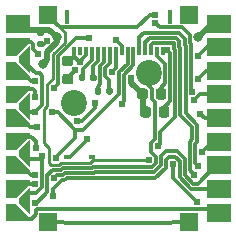
<source format=gbl>
%TF.GenerationSoftware,KiCad,Pcbnew,(5.1.9)-1*%
%TF.CreationDate,2021-09-16T08:42:28+02:00*%
%TF.ProjectId,poly_kb,706f6c79-5f6b-4622-9e6b-696361645f70,rev?*%
%TF.SameCoordinates,Original*%
%TF.FileFunction,Copper,L2,Bot*%
%TF.FilePolarity,Positive*%
%FSLAX46Y46*%
G04 Gerber Fmt 4.6, Leading zero omitted, Abs format (unit mm)*
G04 Created by KiCad (PCBNEW (5.1.9)-1) date 2021-09-16 08:42:28*
%MOMM*%
%LPD*%
G01*
G04 APERTURE LIST*
%TA.AperFunction,SMDPad,CuDef*%
%ADD10R,0.600000X0.450000*%
%TD*%
%TA.AperFunction,SMDPad,CuDef*%
%ADD11R,0.300000X1.150000*%
%TD*%
%TA.AperFunction,SMDPad,CuDef*%
%ADD12R,0.300000X0.650000*%
%TD*%
%TA.AperFunction,ComponentPad*%
%ADD13C,2.200000*%
%TD*%
%TA.AperFunction,SMDPad,CuDef*%
%ADD14C,0.127000*%
%TD*%
%TA.AperFunction,SMDPad,CuDef*%
%ADD15R,2.000000X1.500000*%
%TD*%
%TA.AperFunction,ComponentPad*%
%ADD16R,1.500000X1.500000*%
%TD*%
%TA.AperFunction,ViaPad*%
%ADD17C,0.609600*%
%TD*%
%TA.AperFunction,ViaPad*%
%ADD18C,0.800000*%
%TD*%
%TA.AperFunction,Conductor*%
%ADD19C,0.300000*%
%TD*%
%TA.AperFunction,Conductor*%
%ADD20C,0.500000*%
%TD*%
%TA.AperFunction,Conductor*%
%ADD21C,0.250000*%
%TD*%
%TA.AperFunction,Conductor*%
%ADD22C,0.254000*%
%TD*%
G04 APERTURE END LIST*
D10*
%TO.P,D1,2*%
%TO.N,Net-(D1-Pad2)*%
X266158000Y-120142000D03*
%TO.P,D1,1*%
%TO.N,/Keyboard/sheet605ED2EB/KeyCol*%
X268258000Y-120142000D03*
%TD*%
D11*
%TO.P,J1,0*%
%TO.N,N/C*%
X274895000Y-108315000D03*
X266125000Y-108315000D03*
D12*
%TO.P,J1,16*%
%TO.N,/Keyboard/sheet605ED2EB/3V3*%
X274260000Y-111125000D03*
%TO.P,J1,15*%
%TO.N,Net-(C4-Pad1)*%
X273760000Y-111125000D03*
%TO.P,J1,14*%
%TO.N,/Keyboard/sheet605ED2EB/SDIN*%
X273260000Y-111125000D03*
%TO.P,J1,13*%
%TO.N,/Keyboard/sheet605ED2EB/SCLK*%
X272760000Y-111125000D03*
%TO.P,J1,12*%
%TO.N,/Keyboard/sheet605ED2EB/D-C*%
X272260000Y-111125000D03*
%TO.P,J1,11*%
%TO.N,/Keyboard/sheet605ED2EB/RESET*%
X271760000Y-111125000D03*
%TO.P,J1,10*%
%TO.N,/Keyboard/sheet605ED2EB/CS*%
X271260000Y-111125000D03*
%TO.P,J1,9*%
%TO.N,/Keyboard/sheet605ED2EB/3V3*%
X270760000Y-111125000D03*
%TO.P,J1,8*%
%TO.N,/Keyboard/sheet605ED2EB/4V2*%
X270260000Y-111125000D03*
%TO.P,J1,7*%
%TO.N,Net-(C6-Pad2)*%
X269760000Y-111125000D03*
%TO.P,J1,6*%
%TO.N,Net-(C6-Pad1)*%
X269260000Y-111125000D03*
%TO.P,J1,5*%
%TO.N,Net-(C5-Pad2)*%
X268760000Y-111125000D03*
%TO.P,J1,4*%
%TO.N,Net-(C5-Pad1)*%
X268260000Y-111125000D03*
%TO.P,J1,3*%
%TO.N,/Keyboard/sheet605ED2EB/GND*%
X267760000Y-111125000D03*
%TO.P,J1,2*%
%TO.N,N/C*%
X267260000Y-111125000D03*
%TO.P,J1,1*%
%TO.N,/Keyboard/sheet605ED2EB/GND*%
X266760000Y-111125000D03*
%TD*%
D13*
%TO.P,SW1,1*%
%TO.N,/Keyboard/sheet605ED2EB/KeyRow*%
X273050000Y-113030000D03*
%TO.P,SW1,2*%
%TO.N,Net-(D1-Pad2)*%
X266700000Y-115570000D03*
%TD*%
%TA.AperFunction,SMDPad,CuDef*%
D14*
%TO.P,J5,10*%
%TO.N,/Keyboard/sheet605ED2EB/CS*%
G36*
X262101000Y-124090000D02*
G01*
X262101000Y-123590000D01*
X263001000Y-122690000D01*
X263001000Y-124990000D01*
X262101000Y-124090000D01*
G37*
%TD.AperFunction*%
%TA.AperFunction,SMDPad,CuDef*%
G36*
X262101000Y-120090000D02*
G01*
X262101000Y-119590000D01*
X263001000Y-118690000D01*
X263001000Y-120990000D01*
X262101000Y-120090000D01*
G37*
%TD.AperFunction*%
%TA.AperFunction,SMDPad,CuDef*%
G36*
X262101000Y-116090000D02*
G01*
X262101000Y-115590000D01*
X263001000Y-114690000D01*
X263001000Y-116990000D01*
X262101000Y-116090000D01*
G37*
%TD.AperFunction*%
%TA.AperFunction,SMDPad,CuDef*%
G36*
X262101000Y-112090000D02*
G01*
X262101000Y-111590000D01*
X263001000Y-110690000D01*
X263001000Y-112990000D01*
X262101000Y-112090000D01*
G37*
%TD.AperFunction*%
%TA.AperFunction,SMDPad,CuDef*%
%TO.P,J5,9*%
%TO.N,CS8*%
G36*
X261801000Y-124090000D02*
G01*
X263001000Y-125290000D01*
X263001000Y-125590000D01*
X261001000Y-125590000D01*
X261001000Y-124090000D01*
X261801000Y-124090000D01*
G37*
%TD.AperFunction*%
%TA.AperFunction,SMDPad,CuDef*%
%TO.P,J5,8*%
%TO.N,CS7*%
G36*
X263001000Y-122090000D02*
G01*
X263001000Y-122390000D01*
X261801000Y-123590000D01*
X261001000Y-123590000D01*
X261001000Y-122090000D01*
X263001000Y-122090000D01*
G37*
%TD.AperFunction*%
%TA.AperFunction,SMDPad,CuDef*%
%TO.P,J5,7*%
%TO.N,CS6*%
G36*
X261801000Y-120090000D02*
G01*
X263001000Y-121290000D01*
X263001000Y-121590000D01*
X261001000Y-121590000D01*
X261001000Y-120090000D01*
X261801000Y-120090000D01*
G37*
%TD.AperFunction*%
%TA.AperFunction,SMDPad,CuDef*%
%TO.P,J5,6*%
%TO.N,CS5*%
G36*
X263001000Y-118090000D02*
G01*
X263001000Y-118390000D01*
X261801000Y-119590000D01*
X261001000Y-119590000D01*
X261001000Y-118090000D01*
X263001000Y-118090000D01*
G37*
%TD.AperFunction*%
%TA.AperFunction,SMDPad,CuDef*%
%TO.P,J5,5*%
%TO.N,CS4*%
G36*
X261801000Y-116090000D02*
G01*
X263001000Y-117290000D01*
X263001000Y-117590000D01*
X261001000Y-117590000D01*
X261001000Y-116090000D01*
X261801000Y-116090000D01*
G37*
%TD.AperFunction*%
%TA.AperFunction,SMDPad,CuDef*%
%TO.P,J5,4*%
%TO.N,CS3*%
G36*
X263001000Y-114090000D02*
G01*
X263001000Y-114390000D01*
X261801000Y-115590000D01*
X261001000Y-115590000D01*
X261001000Y-114090000D01*
X263001000Y-114090000D01*
G37*
%TD.AperFunction*%
%TA.AperFunction,SMDPad,CuDef*%
%TO.P,J5,3*%
%TO.N,CS2*%
G36*
X261801000Y-112090000D02*
G01*
X263001000Y-113290000D01*
X263001000Y-113590000D01*
X261001000Y-113590000D01*
X261001000Y-112090000D01*
X261801000Y-112090000D01*
G37*
%TD.AperFunction*%
%TA.AperFunction,SMDPad,CuDef*%
%TO.P,J5,2*%
%TO.N,CS1*%
G36*
X263001000Y-110090000D02*
G01*
X263001000Y-110390000D01*
X261801000Y-111590000D01*
X261001000Y-111590000D01*
X261001000Y-110090000D01*
X263001000Y-110090000D01*
G37*
%TD.AperFunction*%
D15*
%TO.P,J5,1*%
%TO.N,/Keyboard/sheet605ED2EB/GND*%
X262001000Y-108840000D03*
%TD*%
%TO.P,J6,9*%
%TO.N,CS8*%
X279019000Y-124840000D03*
%TO.P,J6,8*%
%TO.N,CS7*%
X279019000Y-122840000D03*
%TO.P,J6,7*%
%TO.N,CS6*%
X279019000Y-120840000D03*
%TO.P,J6,1*%
%TO.N,/Keyboard/sheet605ED2EB/GND*%
X279019000Y-108840000D03*
%TO.P,J6,6*%
%TO.N,CS5*%
X279019000Y-118840000D03*
%TO.P,J6,2*%
%TO.N,CS1*%
X279019000Y-110840000D03*
%TO.P,J6,3*%
%TO.N,CS2*%
X279019000Y-112840000D03*
%TO.P,J6,4*%
%TO.N,CS3*%
X279019000Y-114840000D03*
%TO.P,J6,5*%
%TO.N,CS4*%
X279019000Y-116840000D03*
%TD*%
D16*
%TO.P,J9,1*%
%TO.N,/Keyboard/sheet605ED2EB/KeyCol*%
X276479000Y-125603000D03*
%TD*%
%TO.P,J8,1*%
%TO.N,/Keyboard/sheet605ED2EB/KeyCol*%
X264541000Y-108077000D03*
%TD*%
%TO.P,J7,1*%
%TO.N,/Keyboard/sheet605ED2EB/KeyCol*%
X264541000Y-125603000D03*
%TD*%
%TO.P,J2,1*%
%TO.N,/Keyboard/sheet605ED2EB/KeyCol*%
X276479000Y-108077000D03*
%TD*%
%TO.P,C4,2*%
%TO.N,/Keyboard/sheet605ED2EB/GND*%
%TA.AperFunction,SMDPad,CuDef*%
G36*
G01*
X272979000Y-114558000D02*
X272979000Y-115058000D01*
G75*
G02*
X272754000Y-115283000I-225000J0D01*
G01*
X272304000Y-115283000D01*
G75*
G02*
X272079000Y-115058000I0J225000D01*
G01*
X272079000Y-114558000D01*
G75*
G02*
X272304000Y-114333000I225000J0D01*
G01*
X272754000Y-114333000D01*
G75*
G02*
X272979000Y-114558000I0J-225000D01*
G01*
G37*
%TD.AperFunction*%
%TO.P,C4,1*%
%TO.N,Net-(C4-Pad1)*%
%TA.AperFunction,SMDPad,CuDef*%
G36*
G01*
X274529000Y-114558000D02*
X274529000Y-115058000D01*
G75*
G02*
X274304000Y-115283000I-225000J0D01*
G01*
X273854000Y-115283000D01*
G75*
G02*
X273629000Y-115058000I0J225000D01*
G01*
X273629000Y-114558000D01*
G75*
G02*
X273854000Y-114333000I225000J0D01*
G01*
X274304000Y-114333000D01*
G75*
G02*
X274529000Y-114558000I0J-225000D01*
G01*
G37*
%TD.AperFunction*%
%TD*%
%TO.P,C6,2*%
%TO.N,Net-(C6-Pad2)*%
%TA.AperFunction,SMDPad,CuDef*%
G36*
G01*
X269440000Y-114724000D02*
X269440000Y-114384000D01*
G75*
G02*
X269580000Y-114244000I140000J0D01*
G01*
X269860000Y-114244000D01*
G75*
G02*
X270000000Y-114384000I0J-140000D01*
G01*
X270000000Y-114724000D01*
G75*
G02*
X269860000Y-114864000I-140000J0D01*
G01*
X269580000Y-114864000D01*
G75*
G02*
X269440000Y-114724000I0J140000D01*
G01*
G37*
%TD.AperFunction*%
%TO.P,C6,1*%
%TO.N,Net-(C6-Pad1)*%
%TA.AperFunction,SMDPad,CuDef*%
G36*
G01*
X268480000Y-114724000D02*
X268480000Y-114384000D01*
G75*
G02*
X268620000Y-114244000I140000J0D01*
G01*
X268900000Y-114244000D01*
G75*
G02*
X269040000Y-114384000I0J-140000D01*
G01*
X269040000Y-114724000D01*
G75*
G02*
X268900000Y-114864000I-140000J0D01*
G01*
X268620000Y-114864000D01*
G75*
G02*
X268480000Y-114724000I0J140000D01*
G01*
G37*
%TD.AperFunction*%
%TD*%
%TO.P,C5,2*%
%TO.N,Net-(C5-Pad2)*%
%TA.AperFunction,SMDPad,CuDef*%
G36*
G01*
X268071000Y-113581000D02*
X268071000Y-113241000D01*
G75*
G02*
X268211000Y-113101000I140000J0D01*
G01*
X268491000Y-113101000D01*
G75*
G02*
X268631000Y-113241000I0J-140000D01*
G01*
X268631000Y-113581000D01*
G75*
G02*
X268491000Y-113721000I-140000J0D01*
G01*
X268211000Y-113721000D01*
G75*
G02*
X268071000Y-113581000I0J140000D01*
G01*
G37*
%TD.AperFunction*%
%TO.P,C5,1*%
%TO.N,Net-(C5-Pad1)*%
%TA.AperFunction,SMDPad,CuDef*%
G36*
G01*
X267111000Y-113581000D02*
X267111000Y-113241000D01*
G75*
G02*
X267251000Y-113101000I140000J0D01*
G01*
X267531000Y-113101000D01*
G75*
G02*
X267671000Y-113241000I0J-140000D01*
G01*
X267671000Y-113581000D01*
G75*
G02*
X267531000Y-113721000I-140000J0D01*
G01*
X267251000Y-113721000D01*
G75*
G02*
X267111000Y-113581000I0J140000D01*
G01*
G37*
%TD.AperFunction*%
%TD*%
%TO.P,C3,2*%
%TO.N,/Keyboard/sheet605ED2EB/GND*%
%TA.AperFunction,SMDPad,CuDef*%
G36*
G01*
X264076000Y-109909000D02*
X263736000Y-109909000D01*
G75*
G02*
X263596000Y-109769000I0J140000D01*
G01*
X263596000Y-109489000D01*
G75*
G02*
X263736000Y-109349000I140000J0D01*
G01*
X264076000Y-109349000D01*
G75*
G02*
X264216000Y-109489000I0J-140000D01*
G01*
X264216000Y-109769000D01*
G75*
G02*
X264076000Y-109909000I-140000J0D01*
G01*
G37*
%TD.AperFunction*%
%TO.P,C3,1*%
%TO.N,/Keyboard/sheet605ED2EB/3V3*%
%TA.AperFunction,SMDPad,CuDef*%
G36*
G01*
X264076000Y-110869000D02*
X263736000Y-110869000D01*
G75*
G02*
X263596000Y-110729000I0J140000D01*
G01*
X263596000Y-110449000D01*
G75*
G02*
X263736000Y-110309000I140000J0D01*
G01*
X264076000Y-110309000D01*
G75*
G02*
X264216000Y-110449000I0J-140000D01*
G01*
X264216000Y-110729000D01*
G75*
G02*
X264076000Y-110869000I-140000J0D01*
G01*
G37*
%TD.AperFunction*%
%TD*%
%TO.P,C2,2*%
%TO.N,/Keyboard/sheet605ED2EB/GND*%
%TA.AperFunction,SMDPad,CuDef*%
G36*
G01*
X266442000Y-112451000D02*
X265942000Y-112451000D01*
G75*
G02*
X265717000Y-112226000I0J225000D01*
G01*
X265717000Y-111776000D01*
G75*
G02*
X265942000Y-111551000I225000J0D01*
G01*
X266442000Y-111551000D01*
G75*
G02*
X266667000Y-111776000I0J-225000D01*
G01*
X266667000Y-112226000D01*
G75*
G02*
X266442000Y-112451000I-225000J0D01*
G01*
G37*
%TD.AperFunction*%
%TO.P,C2,1*%
%TO.N,/Keyboard/sheet605ED2EB/4V2*%
%TA.AperFunction,SMDPad,CuDef*%
G36*
G01*
X266442000Y-114001000D02*
X265942000Y-114001000D01*
G75*
G02*
X265717000Y-113776000I0J225000D01*
G01*
X265717000Y-113326000D01*
G75*
G02*
X265942000Y-113101000I225000J0D01*
G01*
X266442000Y-113101000D01*
G75*
G02*
X266667000Y-113326000I0J-225000D01*
G01*
X266667000Y-113776000D01*
G75*
G02*
X266442000Y-114001000I-225000J0D01*
G01*
G37*
%TD.AperFunction*%
%TD*%
%TO.P,C1,2*%
%TO.N,/Keyboard/sheet605ED2EB/GND*%
%TA.AperFunction,SMDPad,CuDef*%
G36*
G01*
X273233000Y-116082000D02*
X273233000Y-116582000D01*
G75*
G02*
X273008000Y-116807000I-225000J0D01*
G01*
X272558000Y-116807000D01*
G75*
G02*
X272333000Y-116582000I0J225000D01*
G01*
X272333000Y-116082000D01*
G75*
G02*
X272558000Y-115857000I225000J0D01*
G01*
X273008000Y-115857000D01*
G75*
G02*
X273233000Y-116082000I0J-225000D01*
G01*
G37*
%TD.AperFunction*%
%TO.P,C1,1*%
%TO.N,/Keyboard/sheet605ED2EB/3V3*%
%TA.AperFunction,SMDPad,CuDef*%
G36*
G01*
X274783000Y-116082000D02*
X274783000Y-116582000D01*
G75*
G02*
X274558000Y-116807000I-225000J0D01*
G01*
X274108000Y-116807000D01*
G75*
G02*
X273883000Y-116582000I0J225000D01*
G01*
X273883000Y-116082000D01*
G75*
G02*
X274108000Y-115857000I225000J0D01*
G01*
X274558000Y-115857000D01*
G75*
G02*
X274783000Y-116082000I0J-225000D01*
G01*
G37*
%TD.AperFunction*%
%TD*%
D17*
%TO.N,/Keyboard/sheet605ED2EB/GND*%
X267208000Y-112090810D03*
D18*
X277208020Y-110000010D03*
D17*
X271554492Y-113420682D03*
D18*
X265286206Y-109987025D03*
X264142626Y-112244355D03*
D17*
%TO.N,/Keyboard/sheet605ED2EB/3V3*%
X270256000Y-110236000D03*
X274624190Y-111045834D03*
X264399684Y-110348684D03*
%TO.N,/Keyboard/sheet605ED2EB/4V2*%
X266803034Y-112799966D03*
X269937085Y-112912648D03*
%TO.N,/Keyboard/sheet605ED2EB/CS*%
X263435802Y-116332000D03*
X264823303Y-116344470D03*
X264052815Y-120015000D03*
X265192031Y-120254815D03*
%TO.N,/Keyboard/sheet605ED2EB/RESET*%
X270763323Y-115646712D03*
X268478000Y-115570000D03*
X266954000Y-117094000D03*
%TO.N,/Keyboard/sheet605ED2EB/D-C*%
X277238634Y-120904000D03*
%TO.N,/Keyboard/sheet605ED2EB/SCLK*%
X276904192Y-121658555D03*
%TO.N,/Keyboard/sheet605ED2EB/SDIN*%
X273840287Y-119210030D03*
%TO.N,/Keyboard/sheet605ED2EB/LED_DOUT*%
X267998553Y-110072505D03*
X265049040Y-114300000D03*
%TO.N,/Keyboard/sheet605ED2EB/LED_DIN*%
X273609379Y-108814826D03*
X276751854Y-114613543D03*
%TO.N,Net-(D1-Pad2)*%
X267843000Y-118618000D03*
%TO.N,/Keyboard/sheet605ED2EB/KeyRow*%
X263441239Y-124001874D03*
%TO.N,/Keyboard/sheet605ED2EB/KeyCol*%
X277114000Y-123952000D03*
X273050000Y-120396000D03*
X275079634Y-120736168D03*
X273558004Y-108076996D03*
%TO.N,CS7*%
X263435840Y-122428000D03*
X264951061Y-123463185D03*
%TO.N,CS6*%
X265049000Y-121920000D03*
X263424509Y-121688475D03*
%TO.N,CS5*%
X277541646Y-119722825D03*
X263525000Y-119380000D03*
%TO.N,CS4*%
X263600190Y-117602000D03*
X277399743Y-116460940D03*
%TO.N,CS3*%
X263435803Y-115086150D03*
X276881702Y-115341667D03*
%TO.N,CS2*%
X277181865Y-113538000D03*
X263428256Y-113670719D03*
%TO.N,CS1*%
X277181865Y-111624962D03*
X263651998Y-111378998D03*
%TD*%
D19*
%TO.N,/Keyboard/sheet605ED2EB/GND*%
X266760000Y-111125000D02*
X266760000Y-111642810D01*
X266760000Y-111642810D02*
X267208000Y-112090810D01*
X266401810Y-112001000D02*
X266760000Y-111642810D01*
X266192000Y-112001000D02*
X266401810Y-112001000D01*
D20*
X262762000Y-109347000D02*
X264014990Y-109347000D01*
X262255000Y-108840000D02*
X262762000Y-109347000D01*
X264014990Y-109520010D02*
X263906000Y-109629000D01*
X264014990Y-109347000D02*
X264014990Y-109520010D01*
X278368030Y-108840000D02*
X277208020Y-110000010D01*
X278765000Y-108840000D02*
X278368030Y-108840000D01*
D19*
X267760000Y-111125000D02*
X267760000Y-111538810D01*
X267760000Y-111538810D02*
X267512799Y-111786011D01*
X267512799Y-111786011D02*
X267208000Y-112090810D01*
D20*
X271554492Y-113833492D02*
X272529000Y-114808000D01*
X271554492Y-113420682D02*
X271554492Y-113833492D01*
X272529000Y-116065000D02*
X272796000Y-116332000D01*
X272529000Y-114808000D02*
X272529000Y-116065000D01*
X264014990Y-109347000D02*
X264646181Y-109347000D01*
X264646181Y-109347000D02*
X265286206Y-109987025D01*
X264475566Y-111911415D02*
X264142626Y-112244355D01*
X265286206Y-110430637D02*
X264475566Y-111241277D01*
X264475566Y-111241277D02*
X264475566Y-111911415D01*
X265286206Y-109987025D02*
X265286206Y-110430637D01*
D19*
%TO.N,/Keyboard/sheet605ED2EB/3V3*%
X270760000Y-110740000D02*
X270256000Y-110236000D01*
X270760000Y-111125000D02*
X270760000Y-110740000D01*
X274260000Y-111125000D02*
X274545024Y-111125000D01*
X274545024Y-111125000D02*
X274624190Y-111045834D01*
X264159368Y-110589000D02*
X264399684Y-110348684D01*
X263906000Y-110589000D02*
X264159368Y-110589000D01*
X274079000Y-116205000D02*
X274877011Y-115406989D01*
X274877011Y-111298655D02*
X274624190Y-111045834D01*
X274877011Y-115406989D02*
X274877011Y-111298655D01*
%TO.N,/Keyboard/sheet605ED2EB/4V2*%
X266192000Y-113551000D02*
X266192000Y-113411000D01*
X266192000Y-113411000D02*
X266803034Y-112799966D01*
X270260000Y-111125000D02*
X270260000Y-112589733D01*
X270260000Y-112589733D02*
X269937085Y-112912648D01*
%TO.N,Net-(C4-Pad1)*%
X273760000Y-111602000D02*
X273760000Y-111125000D01*
X274447000Y-112289000D02*
X273760000Y-111602000D01*
X274447000Y-113891092D02*
X274447000Y-112289000D01*
X274079000Y-114259092D02*
X274447000Y-113891092D01*
X274079000Y-114808000D02*
X274079000Y-114259092D01*
%TO.N,Net-(C5-Pad2)*%
X268351000Y-112416971D02*
X268351000Y-113411000D01*
X268760000Y-112007971D02*
X268351000Y-112416971D01*
X268760000Y-111125000D02*
X268760000Y-112007971D01*
%TO.N,Net-(C5-Pad1)*%
X268260000Y-111899844D02*
X267462000Y-112697844D01*
X267462000Y-112697844D02*
X267462000Y-113411000D01*
X268260000Y-111125000D02*
X268260000Y-111899844D01*
%TO.N,Net-(C6-Pad2)*%
X269720000Y-113637000D02*
X269720000Y-114554000D01*
X269352283Y-112631942D02*
X269352283Y-113269283D01*
X269760000Y-112224225D02*
X269352283Y-112631942D01*
X269352283Y-113269283D02*
X269720000Y-113637000D01*
X269760000Y-111125000D02*
X269760000Y-112224225D01*
%TO.N,Net-(C6-Pad1)*%
X268732000Y-114526000D02*
X268760000Y-114554000D01*
X268732000Y-114173000D02*
X268732000Y-114526000D01*
X268922271Y-113982729D02*
X268732000Y-114173000D01*
X268922271Y-112453827D02*
X268922271Y-113982729D01*
X269260000Y-112116098D02*
X268922271Y-112453827D01*
X269260000Y-111125000D02*
X269260000Y-112116098D01*
%TO.N,/Keyboard/sheet605ED2EB/CS*%
X262759000Y-116332000D02*
X262751000Y-116340000D01*
X263435802Y-116332000D02*
X262759000Y-116332000D01*
X271260000Y-111125000D02*
X271260000Y-112241541D01*
X266848402Y-117856000D02*
X265336872Y-116344470D01*
X271260000Y-112241541D02*
X270539680Y-112961861D01*
X270539680Y-114778320D02*
X267462000Y-117856000D01*
X267462000Y-117856000D02*
X266848402Y-117856000D01*
X265336872Y-116344470D02*
X264823303Y-116344470D01*
X270539680Y-112961861D02*
X270539680Y-114778320D01*
X266848402Y-118497097D02*
X265192031Y-120153468D01*
X266848402Y-117856000D02*
X266848402Y-118497097D01*
X265192031Y-120153468D02*
X265192031Y-120254815D01*
X264033000Y-120015000D02*
X264052815Y-120015000D01*
X264033000Y-120034815D02*
X264052815Y-120015000D01*
X264033000Y-122301000D02*
X264033000Y-120034815D01*
X263727815Y-120340000D02*
X264052815Y-120015000D01*
X262751000Y-120340000D02*
X263727815Y-120340000D01*
X262901000Y-123190000D02*
X262751000Y-123340000D01*
X263539346Y-123190000D02*
X262901000Y-123190000D01*
X264033000Y-122696346D02*
X263539346Y-123190000D01*
X264033000Y-122301000D02*
X264033000Y-122696346D01*
X264033000Y-115697000D02*
X263435802Y-116294198D01*
X264033000Y-113284000D02*
X264033000Y-115697000D01*
X263435802Y-116294198D02*
X263435802Y-116332000D01*
X263818886Y-113069886D02*
X264033000Y-113284000D01*
X263480886Y-113069886D02*
X263818886Y-113069886D01*
X262751000Y-112340000D02*
X263480886Y-113069886D01*
%TO.N,/Keyboard/sheet605ED2EB/RESET*%
X270969691Y-113178436D02*
X270969691Y-115440344D01*
X271760000Y-112388127D02*
X270969691Y-113178436D01*
X271760000Y-111125000D02*
X271760000Y-112388127D01*
X270969691Y-115440344D02*
X270763323Y-115646712D01*
X267385052Y-117094000D02*
X266954000Y-117094000D01*
X268478000Y-116001052D02*
X267385052Y-117094000D01*
X268478000Y-115570000D02*
X268478000Y-116001052D01*
%TO.N,/Keyboard/sheet605ED2EB/D-C*%
X277150012Y-117396115D02*
X277150012Y-118830517D01*
X275590000Y-109601000D02*
X276097999Y-110108999D01*
X277150012Y-118830517D02*
X276956836Y-119023693D01*
X272260000Y-111125000D02*
X272260000Y-110010000D01*
X276956836Y-120622202D02*
X277238634Y-120904000D01*
X272669000Y-109601000D02*
X275590000Y-109601000D01*
X276167044Y-110764307D02*
X276167044Y-116413147D01*
X276956836Y-119023693D02*
X276956836Y-120622202D01*
X276167044Y-116413147D02*
X277150012Y-117396115D01*
X276097999Y-110695262D02*
X276167044Y-110764307D01*
X276097999Y-110108999D02*
X276097999Y-110695262D01*
X272260000Y-110010000D02*
X272669000Y-109601000D01*
%TO.N,/Keyboard/sheet605ED2EB/SCLK*%
X272760000Y-111125000D02*
X272760000Y-110399000D01*
X272760000Y-110399000D02*
X273127989Y-110031011D01*
X273127989Y-110031011D02*
X275387116Y-110031011D01*
X275387116Y-110031011D02*
X275639011Y-110282906D01*
X275639011Y-110282906D02*
X275639011Y-110844401D01*
X275639011Y-110844401D02*
X275737033Y-110942423D01*
X275737033Y-110942423D02*
X275737033Y-116623107D01*
X275737033Y-116623107D02*
X276720001Y-117606075D01*
X276720001Y-117606075D02*
X276720001Y-118652401D01*
X276526825Y-118845577D02*
X276526825Y-121281188D01*
X276526825Y-121281188D02*
X276904192Y-121658555D01*
X276720001Y-118652401D02*
X276526825Y-118845577D01*
%TO.N,/Keyboard/sheet605ED2EB/SDIN*%
X273260000Y-111125000D02*
X273260000Y-110645998D01*
X273444976Y-110461022D02*
X275209000Y-110461022D01*
X275209000Y-111022517D02*
X275307022Y-111120539D01*
X275307022Y-111120539D02*
X275307022Y-116741978D01*
X275307022Y-116741978D02*
X273988011Y-118060989D01*
X273988011Y-119062306D02*
X273840287Y-119210030D01*
X273988011Y-118060989D02*
X273988011Y-119062306D01*
X273260000Y-110645998D02*
X273444976Y-110461022D01*
X275209000Y-110461022D02*
X275209000Y-111022517D01*
%TO.N,/Keyboard/sheet605ED2EB/LED_DOUT*%
X267998553Y-110072505D02*
X266931303Y-110072505D01*
X265385586Y-113963454D02*
X265049040Y-114300000D01*
X266931303Y-110072505D02*
X265385586Y-111618222D01*
X265385586Y-111618222D02*
X265385586Y-113963454D01*
%TO.N,/Keyboard/sheet605ED2EB/LED_DIN*%
X276597055Y-110586191D02*
X276597055Y-114458744D01*
X276597055Y-114458744D02*
X276751854Y-114613543D01*
X276528010Y-110517146D02*
X276597055Y-110586191D01*
X276528010Y-109803884D02*
X276528010Y-110517146D01*
X275895115Y-109170989D02*
X276528010Y-109803884D01*
X273965542Y-109170989D02*
X275895115Y-109170989D01*
X273609379Y-108814826D02*
X273965542Y-109170989D01*
%TO.N,Net-(D1-Pad2)*%
X266700000Y-115570000D02*
X266700000Y-116205000D01*
D21*
X266319000Y-120142000D02*
X267843000Y-118618000D01*
X266108000Y-120142000D02*
X266319000Y-120142000D01*
D19*
%TO.N,/Keyboard/sheet605ED2EB/KeyRow*%
X263602126Y-124001874D02*
X263441239Y-124001874D01*
X264463011Y-123140989D02*
X263602126Y-124001874D01*
X264463011Y-121667052D02*
X264463011Y-123140989D01*
X264910429Y-121219634D02*
X264463011Y-121667052D01*
X265614670Y-121219634D02*
X264910429Y-121219634D01*
X273050000Y-113030000D02*
X273050000Y-114139808D01*
X273050000Y-114139808D02*
X273304000Y-114393808D01*
X265782292Y-121052012D02*
X265614670Y-121219634D01*
X273304000Y-114393808D02*
X273304000Y-115222192D01*
X273304000Y-115222192D02*
X273558000Y-115476192D01*
X273558000Y-115476192D02*
X273558000Y-118626811D01*
X273558000Y-118626811D02*
X273255486Y-118929325D01*
X273330706Y-120980802D02*
X268338970Y-120980802D01*
X273255486Y-118929325D02*
X273255486Y-119735978D01*
X273634802Y-120676706D02*
X273330706Y-120980802D01*
X273255486Y-119735978D02*
X273634802Y-120115294D01*
X273634802Y-120115294D02*
X273634802Y-120676706D01*
X268338970Y-120980802D02*
X268267760Y-121052012D01*
X268267760Y-121052012D02*
X265782292Y-121052012D01*
%TO.N,/Keyboard/sheet605ED2EB/KeyCol*%
X264541000Y-108077000D02*
X264541000Y-108204000D01*
X264541000Y-108204000D02*
X265507001Y-109170001D01*
X276479000Y-125603000D02*
X275082000Y-125603000D01*
X275082000Y-125603000D02*
X274955000Y-125730000D01*
X274955000Y-125730000D02*
X265938000Y-125730000D01*
X265811000Y-125603000D02*
X264541000Y-125603000D01*
X265938000Y-125730000D02*
X265811000Y-125603000D01*
X277114000Y-123952000D02*
X277114000Y-123911663D01*
X277114000Y-123911663D02*
X275102168Y-121899832D01*
X275102168Y-120758702D02*
X275079634Y-120736168D01*
X275102168Y-121899832D02*
X275102168Y-120758702D01*
D21*
X273050000Y-120396000D02*
X268351000Y-120396000D01*
D22*
X268308000Y-120353000D02*
X268351000Y-120396000D01*
X268308000Y-120142000D02*
X268308000Y-120353000D01*
D19*
X273126952Y-108076996D02*
X273558004Y-108076996D01*
X272033947Y-109170001D02*
X273126952Y-108076996D01*
X265507001Y-109170001D02*
X272033947Y-109170001D01*
D21*
X265941216Y-110489820D02*
X265941216Y-109604216D01*
X265941216Y-109604216D02*
X265507001Y-109170001D01*
X268351000Y-120396000D02*
X268099999Y-120647001D01*
X268099999Y-120647001D02*
X265614531Y-120647001D01*
X264438010Y-115864762D02*
X264438010Y-114021990D01*
X265614531Y-120647001D02*
X265446909Y-120814623D01*
X264744453Y-120814623D02*
X264618394Y-120688564D01*
X264618394Y-120688564D02*
X264618394Y-119388210D01*
X265446909Y-120814623D02*
X264744453Y-120814623D01*
X264980575Y-111450461D02*
X265941216Y-110489820D01*
X264618394Y-119388210D02*
X264211801Y-118981617D01*
X264211801Y-118981617D02*
X264211801Y-116090971D01*
X264438010Y-114021990D02*
X264980575Y-113479425D01*
X264211801Y-116090971D02*
X264438010Y-115864762D01*
X264980575Y-113479425D02*
X264980575Y-111450461D01*
D19*
%TO.N,CS8*%
X263510999Y-124982001D02*
X263144000Y-125349000D01*
X278497999Y-124572999D02*
X263566999Y-124572999D01*
X262764000Y-125349000D02*
X262255000Y-124840000D01*
X278765000Y-124840000D02*
X278497999Y-124572999D01*
X263566999Y-124572999D02*
X263510999Y-124628999D01*
X263144000Y-125349000D02*
X262764000Y-125349000D01*
X263510999Y-124628999D02*
X263510999Y-124982001D01*
%TO.N,CS7*%
X261931010Y-122409990D02*
X261501000Y-122840000D01*
X263417830Y-122409990D02*
X261931010Y-122409990D01*
X263435840Y-122428000D02*
X263417830Y-122409990D01*
X274494824Y-120371669D02*
X274494824Y-121032938D01*
X274494824Y-121032938D02*
X273615728Y-121912034D01*
X266138524Y-121912034D02*
X266027113Y-122023445D01*
X266027113Y-122023445D02*
X265881163Y-122079656D01*
X265881163Y-122079656D02*
X265728300Y-122079656D01*
X264951061Y-122856895D02*
X264951061Y-123463185D01*
X265728300Y-122079656D02*
X264951061Y-122856895D01*
X273615728Y-121912034D02*
X266138524Y-121912034D01*
X275666803Y-120496293D02*
X275270533Y-120100023D01*
X276650462Y-122840000D02*
X275666803Y-121856341D01*
X274766470Y-120100023D02*
X274494824Y-120371669D01*
X275270533Y-120100023D02*
X274766470Y-120100023D01*
X275666803Y-121856341D02*
X275666803Y-120496293D01*
X279019000Y-122840000D02*
X276650462Y-122840000D01*
%TO.N,CS6*%
X268517086Y-121410813D02*
X268445876Y-121482023D01*
X274064813Y-120091801D02*
X274064813Y-120854822D01*
X265960408Y-121482023D02*
X265792786Y-121649645D01*
X274486602Y-119670012D02*
X274064813Y-120091801D01*
X276828578Y-122409989D02*
X276096814Y-121678225D01*
X276096814Y-121678225D02*
X276096814Y-120318177D01*
X277195011Y-122409989D02*
X276828578Y-122409989D01*
X275448649Y-119670012D02*
X274486602Y-119670012D01*
X265319355Y-121649645D02*
X265049000Y-121920000D01*
X276096814Y-120318177D02*
X275448649Y-119670012D01*
X268445876Y-121482023D02*
X265960408Y-121482023D01*
X274064813Y-120854822D02*
X273508822Y-121410813D01*
X265792786Y-121649645D02*
X265319355Y-121649645D01*
X273508822Y-121410813D02*
X268517086Y-121410813D01*
X278765000Y-120840000D02*
X277195011Y-122409989D01*
X262255000Y-120840000D02*
X263103475Y-121688475D01*
X263103475Y-121688475D02*
X263424509Y-121688475D01*
%TO.N,CS5*%
X278424471Y-118840000D02*
X277541646Y-119722825D01*
X278765000Y-118840000D02*
X278424471Y-118840000D01*
X262255000Y-118840000D02*
X262255000Y-118948004D01*
X263525000Y-119380000D02*
X263525000Y-118818004D01*
X261931010Y-118409990D02*
X261501000Y-118840000D01*
X263116986Y-118409990D02*
X261931010Y-118409990D01*
X263525000Y-118818004D02*
X263116986Y-118409990D01*
%TO.N,CS4*%
X263017000Y-117602000D02*
X263600190Y-117602000D01*
X262255000Y-116840000D02*
X263017000Y-117602000D01*
X278765000Y-116840000D02*
X277778803Y-116840000D01*
X277778803Y-116840000D02*
X277399743Y-116460940D01*
%TO.N,CS3*%
X262787802Y-114376802D02*
X262751000Y-114340000D01*
X263435803Y-115086150D02*
X263435803Y-114591803D01*
X261931010Y-114409990D02*
X261501000Y-114840000D01*
X263253990Y-114409990D02*
X261931010Y-114409990D01*
X263435803Y-114591803D02*
X263253990Y-114409990D01*
X278765000Y-114840000D02*
X277383369Y-114840000D01*
X277383369Y-114840000D02*
X276881702Y-115341667D01*
%TO.N,CS2*%
X278765000Y-112840000D02*
X277879865Y-112840000D01*
X277879865Y-112840000D02*
X277181865Y-113538000D01*
X262255000Y-112840000D02*
X263085719Y-113670719D01*
X263085719Y-113670719D02*
X263428256Y-113670719D01*
%TO.N,CS1*%
X277966827Y-110840000D02*
X277181865Y-111624962D01*
X278765000Y-110840000D02*
X277966827Y-110840000D01*
X263281010Y-110574014D02*
X263281010Y-111008010D01*
X263116986Y-110409990D02*
X263281010Y-110574014D01*
X263281010Y-111008010D02*
X263651998Y-111378998D01*
X262685010Y-110409990D02*
X263116986Y-110409990D01*
X262255000Y-110840000D02*
X262685010Y-110409990D01*
%TD*%
M02*

</source>
